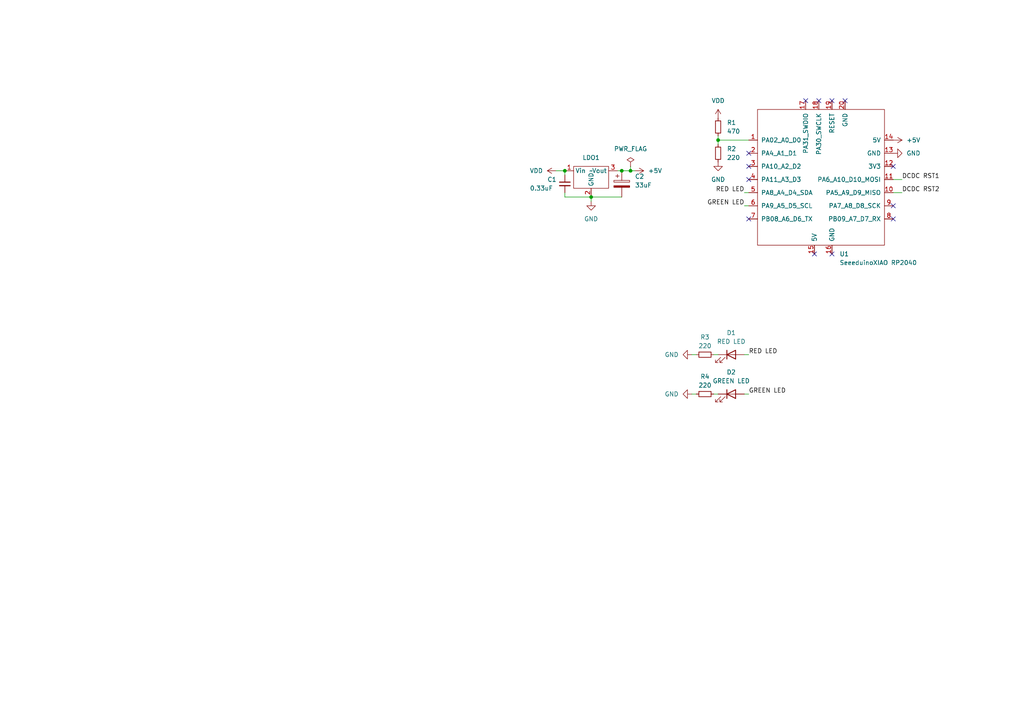
<source format=kicad_sch>
(kicad_sch (version 20230121) (generator eeschema)
  (paper "A4")
  (lib_symbols
    (symbol "Device:C_Polarized" (pin_numbers hide) (pin_names (offset 0.254))
      (property "Reference" "C" (at 0.635 2.54 0))
      (property "Value" "C_Polarized" (at 0.635 -2.54 0))
      (symbol "C_Polarized_0_1"
        (rectangle (start -2.286 0.508) (end 2.286 1.016))
        (polyline (pts (xy -1.778 2.286) (xy -0.762 2.286)))
        (polyline (pts (xy -1.27 2.794) (xy -1.27 1.778)))
        (rectangle (start 2.286 -0.508) (end -2.286 -1.016) (fill (type outline)))
      )
      (symbol "C_Polarized_1_1"
        (pin passive line (at 0 3.81 270) (length 2.794) (name "~") (number "1"))
        (pin passive line (at 0 -3.81 90) (length 2.794) (name "~") (number "2"))
      )
    )
    (symbol "Device:C_Small" (pin_numbers hide) (pin_names (offset 0.254) hide)
      (property "Reference" "C" (at 0.254 1.778 0))
      (property "Value" "C_Small" (at 0.254 -2.032 0))
      (symbol "C_Small_0_1"
        (polyline (pts (xy -1.524 -0.508) (xy 1.524 -0.508)) (stroke (width 0.3302)))
        (polyline (pts (xy -1.524 0.508) (xy 1.524 0.508)) (stroke (width 0.3048)))
      )
      (symbol "C_Small_1_1"
        (pin passive line (at 0 2.54 270) (length 2.032) (name "~") (number "1"))
        (pin passive line (at 0 -2.54 90) (length 2.032) (name "~") (number "2"))
      )
    )
    (symbol "Device:LED" (pin_numbers hide) (pin_names (offset 1.016) hide)
      (property "Reference" "D" (at 0 2.54 0))
      (property "Value" "LED" (at 0 -2.54 0))
      (symbol "LED_0_1"
        (polyline (pts (xy -1.27 -1.27) (xy -1.27 1.27)) (stroke (width 0.254)))
        (polyline (pts (xy -1.27 0) (xy 1.27 0)))
        (polyline (pts (xy 1.27 -1.27) (xy 1.27 1.27) (xy -1.27 0) (xy 1.27 -1.27)) (stroke (width 0.254)))
        (polyline (pts (xy -3.048 -0.762) (xy -4.572 -2.286) (xy -3.81 -2.286) (xy -4.572 -2.286) (xy -4.572 -1.524)))
        (polyline (pts (xy -1.778 -0.762) (xy -3.302 -2.286) (xy -2.54 -2.286) (xy -3.302 -2.286) (xy -3.302 -1.524)))
      )
      (symbol "LED_1_1"
        (pin passive line (at -3.81 0 0) (length 2.54) (name "K") (number "1"))
        (pin passive line (at 3.81 0 180) (length 2.54) (name "A") (number "2"))
      )
    )
    (symbol "Device:R_Small" (pin_numbers hide) (pin_names (offset 0.254) hide)
      (property "Reference" "R" (at 0.762 0.508 0))
      (property "Value" "R_Small" (at 0.762 -1.016 0))
      (symbol "R_Small_0_1"
        (rectangle (start -0.762 1.778) (end 0.762 -1.778) (stroke (width 0.2032)))
      )
      (symbol "R_Small_1_1"
        (pin passive line (at 0 2.54 270) (length 0.762) (name "~") (number "1"))
        (pin passive line (at 0 -2.54 90) (length 0.762) (name "~") (number "2"))
      )
    )
    (symbol "LDO:TA4805S"
      (property "Reference" "LDO1" (at 0 3.81 0))
      (property "Value" "~" (at 0 0 0))
      (symbol "TA4805S_0_1"
        (rectangle (start -5.08 1.27) (end 5.08 -5.08))
      )
      (symbol "TA4805S_1_1"
        (pin power_in line (at -7.62 0 0) (length 2.54) (name "Vin") (number "1"))
        (pin passive line (at 0 -7.62 90) (length 2.54) (name "GND") (number "2"))
        (pin passive line (at 7.62 0 180) (length 2.54) (name "Vout") (number "3"))
      )
    )
    (symbol "R_Small_1" (pin_numbers hide) (pin_names (offset 0.254) hide)
      (property "Reference" "R2" (at 2.54 1.27 0))
      (property "Value" "220" (at 2.54 -1.27 0))
      (symbol "R_Small_1_0_1"
        (rectangle (start -0.762 1.778) (end 0.762 -1.778) (stroke (width 0.2032)))
      )
      (symbol "R_Small_1_1_1"
        (pin passive line (at 0 2.54 270) (length 0.762) (name "~") (number "1"))
        (pin passive line (at 0 -2.54 90) (length 0.762) (name "~") (number "2"))
      )
    )
    (symbol "Seeeduino XIAO:SeeeduinoXIAO" (pin_names (offset 1.016))
      (property "Reference" "U1" (at 4.7341 -21.59 0))
      (property "Value" "SeeeduinoXIAO RP2040" (at 4.7341 -24.13 0))
      (symbol "SeeeduinoXIAO_0_1"
        (rectangle (start -19.05 20.32) (end 17.78 -19.05))
      )
      (symbol "SeeeduinoXIAO_1_1"
        (pin passive line (at -21.59 11.43 0) (length 2.54) (name "PA02_A0_D0") (number "1"))
        (pin passive line (at 20.32 -3.81 180) (length 2.54) (name "PA5_A9_D9_MISO") (number "10"))
        (pin passive line (at 20.32 0 180) (length 2.54) (name "PA6_A10_D10_MOSI") (number "11"))
        (pin unspecified line (at 20.32 3.81 180) (length 2.54) (name "3V3") (number "12"))
        (pin passive line (at 20.32 7.62 180) (length 2.54) (name "GND") (number "13"))
        (pin power_in line (at 20.32 11.43 180) (length 2.54) (name "5V") (number "14"))
        (pin input line (at -2.54 -21.59 90) (length 2.54) (name "5V") (number "15"))
        (pin input line (at 2.54 -21.59 90) (length 2.54) (name "GND") (number "16"))
        (pin input line (at -5.08 22.86 270) (length 2.54) (name "PA31_SWDIO") (number "17"))
        (pin input line (at -1.27 22.86 270) (length 2.54) (name "PA30_SWCLK") (number "18"))
        (pin input line (at 2.54 22.86 270) (length 2.54) (name "RESET") (number "19"))
        (pin unspecified line (at -21.59 7.62 0) (length 2.54) (name "PA4_A1_D1") (number "2"))
        (pin input line (at 6.35 22.86 270) (length 2.54) (name "GND") (number "20"))
        (pin unspecified line (at -21.59 3.81 0) (length 2.54) (name "PA10_A2_D2") (number "3"))
        (pin unspecified line (at -21.59 0 0) (length 2.54) (name "PA11_A3_D3") (number "4"))
        (pin passive line (at -21.59 -3.81 0) (length 2.54) (name "PA8_A4_D4_SDA") (number "5"))
        (pin passive line (at -21.59 -7.62 0) (length 2.54) (name "PA9_A5_D5_SCL") (number "6"))
        (pin unspecified line (at -21.59 -11.43 0) (length 2.54) (name "PB08_A6_D6_TX") (number "7"))
        (pin unspecified line (at 20.32 -11.43 180) (length 2.54) (name "PB09_A7_D7_RX") (number "8"))
        (pin unspecified line (at 20.32 -7.62 180) (length 2.54) (name "PA7_A8_D8_SCK") (number "9"))
      )
    )
    (symbol "power:+5V" (power) (pin_names (offset 0))
      (property "Value" "+5V" (at 0 3.556 0))
      (symbol "+5V_0_1"
        (polyline (pts (xy -0.762 1.27) (xy 0 2.54)))
        (polyline (pts (xy 0 0) (xy 0 2.54)))
        (polyline (pts (xy 0 2.54) (xy 0.762 1.27)))
      )
      (symbol "+5V_1_1"
        (pin power_in line (at 0 0 90) (length 0) hide (name "+5V") (number "1"))
      )
    )
    (symbol "power:GND" (power) (pin_names (offset 0))
      (property "Value" "GND" (at 0 -3.81 0))
      (symbol "GND_0_1"
        (polyline (pts (xy 0 0) (xy 0 -1.27) (xy 1.27 -1.27) (xy 0 -2.54) (xy -1.27 -1.27) (xy 0 -1.27)))
      )
      (symbol "GND_1_1"
        (pin power_in line (at 0 0 270) (length 0) hide (name "GND") (number "1"))
      )
    )
    (symbol "power:PWR_FLAG" (power) (pin_numbers hide) (pin_names (offset 0) hide)
      (property "Value" "PWR_FLAG" (at 0 3.81 0))
      (symbol "PWR_FLAG_0_0"
        (pin power_out line (at 0 0 90) (length 0) (name "pwr") (number "1"))
      )
      (symbol "PWR_FLAG_0_1"
        (polyline (pts (xy 0 0) (xy 0 1.27) (xy -1.016 1.905) (xy 0 2.54) (xy 1.016 1.905) (xy 0 1.27)))
      )
    )
    (symbol "power:VDD" (power) (pin_names (offset 0))
      (property "Value" "VDD" (at 0 3.81 0))
      (symbol "VDD_0_1"
        (polyline (pts (xy -0.762 1.27) (xy 0 2.54)))
        (polyline (pts (xy 0 0) (xy 0 2.54)))
        (polyline (pts (xy 0 2.54) (xy 0.762 1.27)))
      )
      (symbol "VDD_1_1"
        (pin power_in line (at 0 0 90) (length 0) hide (name "VDD") (number "1"))
      )
    )
  )
  (junction (at 163.83 49.53))
  (junction (at 180.34 49.53))
  (junction (at 171.45 57.15))
  (junction (at 208.28 40.64))
  (junction (at 182.88 49.53))
  (no_connect (at 245.11 29.21))
  (no_connect (at 217.17 52.07))
  (no_connect (at 236.22 73.66))
  (no_connect (at 241.3 73.66))
  (no_connect (at 241.3 29.21))
  (no_connect (at 259.08 48.26))
  (no_connect (at 259.08 59.69))
  (no_connect (at 217.17 44.45))
  (no_connect (at 217.17 48.26))
  (no_connect (at 233.68 29.21))
  (no_connect (at 259.08 63.5))
  (no_connect (at 237.49 29.21))
  (no_connect (at 217.17 63.5))
  (wire (pts (xy 208.28 39.37) (xy 208.28 40.64)))
  (wire (pts (xy 182.88 48.26) (xy 182.88 49.53)))
  (wire (pts (xy 215.9 59.69) (xy 217.17 59.69)))
  (wire (pts (xy 180.34 49.53) (xy 182.88 49.53)))
  (wire (pts (xy 259.08 55.88) (xy 261.62 55.88)))
  (wire (pts (xy 207.01 102.87) (xy 208.28 102.87)))
  (wire (pts (xy 207.01 114.3) (xy 208.28 114.3)))
  (wire (pts (xy 200.66 114.3) (xy 201.93 114.3)))
  (wire (pts (xy 161.29 49.53) (xy 163.83 49.53)))
  (wire (pts (xy 200.66 102.87) (xy 201.93 102.87)))
  (wire (pts (xy 259.08 52.07) (xy 261.62 52.07)))
  (wire (pts (xy 171.45 57.15) (xy 163.83 57.15)))
  (wire (pts (xy 171.45 58.42) (xy 171.45 57.15)))
  (wire (pts (xy 215.9 114.3) (xy 217.17 114.3)))
  (wire (pts (xy 163.83 49.53) (xy 163.83 50.8)))
  (wire (pts (xy 208.28 40.64) (xy 208.28 41.91)))
  (wire (pts (xy 163.83 57.15) (xy 163.83 55.88)))
  (wire (pts (xy 208.28 40.64) (xy 217.17 40.64)))
  (wire (pts (xy 215.9 55.88) (xy 217.17 55.88)))
  (wire (pts (xy 179.07 49.53) (xy 180.34 49.53)))
  (wire (pts (xy 171.45 57.15) (xy 180.34 57.15)))
  (wire (pts (xy 215.9 102.87) (xy 217.17 102.87)))
  (wire (pts (xy 184.15 49.53) (xy 182.88 49.53)))
  (label "RED LED" (at 215.9 55.88 180))
  (label "DCDC RST1" (at 261.62 52.07 0))
  (label "GREEN LED" (at 215.9 59.69 180))
  (label "RED LED" (at 217.17 102.87 0))
  (label "GREEN LED" (at 217.17 114.3 0))
  (label "DCDC RST2" (at 261.62 55.88 0))
  (symbol (lib_id "Device:C_Polarized") (at 180.34 53.34 0) (unit 1)
    (property "Reference" "C2" (at 184.15 51.181 0) (effects (justify left)))
    (property "Value" "33uF" (at 184.15 53.721 0) (effects (justify left)))
    (property "Footprint" "Capacitor_THT:CP_Radial_D5.0mm_P2.00mm" (effects hide))
  )
  (symbol (lib_id "power:+5V") (at 184.15 49.53 270) (unit 1)
    (property "Reference" "#PWR07" (effects hide))
    (property "Value" "+5V" (at 187.96 49.53 90) (effects (justify left)))
  )
  (symbol (lib_name "R_Small_1") (lib_id "Device:R_Small") (at 208.28 44.45 0) (unit 1)
    (property "Reference" "R2" (at 210.82 43.18 0) (effects (justify left)))
    (property "Value" "220" (at 210.82 45.72 0) (effects (justify left)))
    (property "Footprint" "Resistor_SMD:R_0603_1608Metric_Pad0.98x0.95mm_HandSolder" (effects hide))
  )
  (symbol (lib_id "power:GND") (at 208.28 46.99 0) (unit 1)
    (property "Reference" "#PWR02" (effects hide))
    (property "Value" "GND" (at 208.28 52.07 0))
  )
  (symbol (lib_id "Device:R_Small") (at 204.47 114.3 270) (unit 1)
    (property "Reference" "R4" (at 204.47 109.22 90))
    (property "Value" "220" (at 204.47 111.76 90))
    (property "Footprint" "Resistor_SMD:R_0603_1608Metric_Pad0.98x0.95mm_HandSolder" (effects hide))
  )
  (symbol (lib_id "Device:R_Small") (at 204.47 102.87 270) (unit 1)
    (property "Reference" "R3" (at 204.47 97.79 90))
    (property "Value" "220" (at 204.47 100.33 90))
    (property "Footprint" "Resistor_SMD:R_0603_1608Metric_Pad0.98x0.95mm_HandSolder" (effects hide))
  )
  (symbol (lib_id "power:GND") (at 259.08 44.45 90) (unit 1)
    (property "Reference" "#PWR04" (effects hide))
    (property "Value" "GND" (at 262.89 44.45 90) (effects (justify right)))
  )
  (symbol (lib_id "Device:R_Small") (at 208.28 36.83 0) (unit 1)
    (property "Reference" "R1" (at 210.82 35.56 0) (effects (justify left)))
    (property "Value" "470" (at 210.82 38.1 0) (effects (justify left)))
    (property "Footprint" "Resistor_SMD:R_0603_1608Metric_Pad0.98x0.95mm_HandSolder" (effects hide))
  )
  (symbol (lib_id "power:PWR_FLAG") (at 182.88 48.26 0) (unit 1)
    (property "Reference" "#FLG01" (effects hide))
    (property "Value" "PWR_FLAG" (at 182.88 43.18 0))
  )
  (symbol (lib_id "Seeeduino XIAO:SeeeduinoXIAO") (at 238.76 52.07 0) (unit 1)
    (property "Reference" "U1" (at 243.4941 73.66 0) (effects (justify left)))
    (property "Value" "SeeeduinoXIAO RP2040" (at 243.4941 76.2 0) (effects (justify left)))
    (property "Footprint" "XIAO:XIAO RP2040" (effects hide))
  )
  (symbol (lib_id "power:GND") (at 200.66 114.3 270) (unit 1)
    (property "Reference" "#PWR09" (effects hide))
    (property "Value" "GND" (at 196.85 114.3 90) (effects (justify right)))
  )
  (symbol (lib_id "Device:C_Small") (at 163.83 53.34 0) (unit 1)
    (property "Reference" "C1" (at 158.75 52.07 0) (effects (justify left)))
    (property "Value" "0.33uF" (at 153.67 54.61 0) (effects (justify left)))
    (property "Footprint" "Capacitor_THT:C_Disc_D3.0mm_W1.6mm_P2.50mm" (effects hide))
  )
  (symbol (lib_id "Device:LED") (at 212.09 114.3 0) (unit 1)
    (property "Reference" "D2" (at 212.09 107.95 0))
    (property "Value" "GREEN LED" (at 212.09 110.49 0))
    (property "Footprint" "LED_THT:LED_D5.0mm_Horizontal_O1.27mm_Z3.0mm" (effects hide))
  )
  (symbol (lib_id "power:GND") (at 200.66 102.87 270) (unit 1)
    (property "Reference" "#PWR08" (effects hide))
    (property "Value" "GND" (at 196.85 102.87 90) (effects (justify right)))
  )
  (symbol (lib_id "power:VDD") (at 208.28 34.29 0) (unit 1)
    (property "Reference" "#PWR01" (effects hide))
    (property "Value" "VDD" (at 208.28 29.21 0))
  )
  (symbol (lib_id "power:GND") (at 171.45 58.42 0) (unit 1)
    (property "Reference" "#PWR06" (effects hide))
    (property "Value" "GND" (at 171.45 63.5 0))
  )
  (symbol (lib_id "Device:LED") (at 212.09 102.87 0) (unit 1)
    (property "Reference" "D1" (at 212.09 96.52 0))
    (property "Value" "RED LED" (at 212.09 99.06 0))
    (property "Footprint" "LED_THT:LED_D5.0mm_Horizontal_O1.27mm_Z3.0mm" (effects hide))
  )
  (symbol (lib_id "power:+5V") (at 259.08 40.64 270) (unit 1)
    (property "Reference" "#PWR03" (effects hide))
    (property "Value" "+5V" (at 262.89 40.64 90) (effects (justify left)))
  )
  (symbol (lib_id "power:VDD") (at 161.29 49.53 90) (unit 1)
    (property "Reference" "#PWR05" (effects hide))
    (property "Value" "VDD" (at 157.48 49.53 90) (effects (justify left)))
  )
  (symbol (lib_id "LDO:TA4805S") (at 171.45 49.53 0) (unit 1)
    (property "Reference" "LDO1" (at 171.45 45.72 0))
    (property "Value" "~" (at 171.45 49.53 0))
    (property "Footprint" "Package_TO_SOT_THT:TO-220-3_Horizontal_TabDown" (effects hide))
  )
)
</source>
